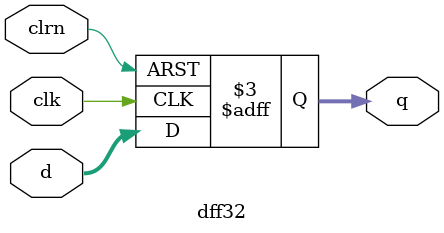
<source format=v>
module dff32 (d,clk,clrn,q);               
    input      [31:0] d;                   
    input             clk, clrn;           
    output reg [31:0] q;                   
    always @(negedge clrn or posedge clk)  
        if (!clrn) q <= 0;                 
        else       q <= d;                 
endmodule

</source>
